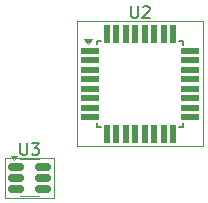
<source format=gbr>
%TF.GenerationSoftware,KiCad,Pcbnew,8.0.8*%
%TF.CreationDate,2025-05-25T14:30:29+05:30*%
%TF.ProjectId,led_light,6c65645f-6c69-4676-9874-2e6b69636164,rev?*%
%TF.SameCoordinates,Original*%
%TF.FileFunction,Legend,Bot*%
%TF.FilePolarity,Positive*%
%FSLAX46Y46*%
G04 Gerber Fmt 4.6, Leading zero omitted, Abs format (unit mm)*
G04 Created by KiCad (PCBNEW 8.0.8) date 2025-05-25 14:30:29*
%MOMM*%
%LPD*%
G01*
G04 APERTURE LIST*
G04 Aperture macros list*
%AMRoundRect*
0 Rectangle with rounded corners*
0 $1 Rounding radius*
0 $2 $3 $4 $5 $6 $7 $8 $9 X,Y pos of 4 corners*
0 Add a 4 corners polygon primitive as box body*
4,1,4,$2,$3,$4,$5,$6,$7,$8,$9,$2,$3,0*
0 Add four circle primitives for the rounded corners*
1,1,$1+$1,$2,$3*
1,1,$1+$1,$4,$5*
1,1,$1+$1,$6,$7*
1,1,$1+$1,$8,$9*
0 Add four rect primitives between the rounded corners*
20,1,$1+$1,$2,$3,$4,$5,0*
20,1,$1+$1,$4,$5,$6,$7,0*
20,1,$1+$1,$6,$7,$8,$9,0*
20,1,$1+$1,$8,$9,$2,$3,0*%
G04 Aperture macros list end*
%TA.AperFunction,SMDPad,CuDef*%
%ADD10RoundRect,0.150000X-0.512500X-0.150000X0.512500X-0.150000X0.512500X0.150000X-0.512500X0.150000X0*%
%TD*%
%TA.AperFunction,SMDPad,CuDef*%
%ADD11R,1.600000X0.550000*%
%TD*%
%TA.AperFunction,SMDPad,CuDef*%
%ADD12R,0.550000X1.600000*%
%TD*%
%ADD13RoundRect,0.150000X-0.512500X-0.150000X0.512500X-0.150000X0.512500X0.150000X-0.512500X0.150000X0*%
%ADD14R,1.600000X0.550000*%
%ADD15R,0.550000X1.600000*%
%ADD16C,0.150000*%
%ADD17C,0.120000*%
%ADD18C,0.050000*%
G04 APERTURE END LIST*
D10*
%TO.P,U3,1,BOOST*%
%TO.N,unconnected-(U3-BOOST-Pad1)*%
X120500000Y-92000000D03*
%TO.P,U3,2,GND*%
%TO.N,GND*%
X120500000Y-92950000D03*
%TO.P,U3,3,Vfb*%
%TO.N,unconnected-(U3-Vfb-Pad3)*%
X120500000Y-93900000D03*
%TO.P,U3,4,EN*%
%TO.N,unconnected-(U3-EN-Pad4)*%
X122775000Y-93900000D03*
%TO.P,U3,5,V_{IN}*%
%TO.N,+3.3V*%
X122775000Y-92950000D03*
%TO.P,U3,6,SW*%
%TO.N,unconnected-(U3-SW-Pad6)*%
X122775000Y-92000000D03*
%TD*%
D11*
%TO.P,U2,1,PD3*%
%TO.N,Net-(Q1-G)*%
X126750000Y-82200000D03*
%TO.P,U2,2,PD4*%
%TO.N,Net-(D1-A)*%
X126750000Y-83000000D03*
%TO.P,U2,3,GND*%
%TO.N,GND*%
X126750000Y-83800000D03*
%TO.P,U2,4,VCC*%
%TO.N,+3.3V*%
X126750000Y-84600000D03*
%TO.P,U2,5,GND*%
%TO.N,GND*%
X126750000Y-85400000D03*
%TO.P,U2,6,VCC*%
%TO.N,+3.3V*%
X126750000Y-86200000D03*
%TO.P,U2,7,XTAL1/PB6*%
%TO.N,Net-(U2-XTAL1{slash}PB6)*%
X126750000Y-87000000D03*
%TO.P,U2,8,XTAL2/PB7*%
%TO.N,Net-(U2-XTAL2{slash}PB7)*%
X126750000Y-87800000D03*
D12*
%TO.P,U2,9,PD5*%
%TO.N,unconnected-(U2-PD5-Pad9)*%
X128200000Y-89250000D03*
%TO.P,U2,10,PD6*%
%TO.N,unconnected-(U2-PD6-Pad10)*%
X129000000Y-89250000D03*
%TO.P,U2,11,PD7*%
%TO.N,unconnected-(U2-PD7-Pad11)*%
X129800000Y-89250000D03*
%TO.P,U2,12,PB0*%
%TO.N,unconnected-(U2-PB0-Pad12)*%
X130600000Y-89250000D03*
%TO.P,U2,13,PB1*%
%TO.N,unconnected-(U2-PB1-Pad13)*%
X131400000Y-89250000D03*
%TO.P,U2,14,PB2*%
%TO.N,unconnected-(U2-PB2-Pad14)*%
X132200000Y-89250000D03*
%TO.P,U2,15,PB3*%
%TO.N,unconnected-(U2-PB3-Pad15)*%
X133000000Y-89250000D03*
%TO.P,U2,16,PB4*%
%TO.N,unconnected-(U2-PB4-Pad16)*%
X133800000Y-89250000D03*
D11*
%TO.P,U2,17,PB5*%
%TO.N,unconnected-(U2-PB5-Pad17)*%
X135250000Y-87800000D03*
%TO.P,U2,18,AVCC*%
%TO.N,+3.3V*%
X135250000Y-87000000D03*
%TO.P,U2,19,ADC6*%
%TO.N,unconnected-(U2-ADC6-Pad19)*%
X135250000Y-86200000D03*
%TO.P,U2,20,AREF*%
%TO.N,unconnected-(U2-AREF-Pad20)*%
X135250000Y-85400000D03*
%TO.P,U2,21,GND*%
%TO.N,GND*%
X135250000Y-84600000D03*
%TO.P,U2,22,ADC7*%
%TO.N,unconnected-(U2-ADC7-Pad22)*%
X135250000Y-83800000D03*
%TO.P,U2,23,PC0*%
%TO.N,unconnected-(U2-PC0-Pad23)*%
X135250000Y-83000000D03*
%TO.P,U2,24,PC1*%
%TO.N,unconnected-(U2-PC1-Pad24)*%
X135250000Y-82200000D03*
D12*
%TO.P,U2,25,PC2*%
%TO.N,unconnected-(U2-PC2-Pad25)*%
X133800000Y-80750000D03*
%TO.P,U2,26,PC3*%
%TO.N,unconnected-(U2-PC3-Pad26)*%
X133000000Y-80750000D03*
%TO.P,U2,27,PC4*%
%TO.N,unconnected-(U2-PC4-Pad27)*%
X132200000Y-80750000D03*
%TO.P,U2,28,PC5*%
%TO.N,unconnected-(U2-PC5-Pad28)*%
X131400000Y-80750000D03*
%TO.P,U2,29,~{RESET}/PC6*%
%TO.N,Net-(U2-~{RESET}{slash}PC6)*%
X130600000Y-80750000D03*
%TO.P,U2,30,PD0*%
%TO.N,Net-(U1-HCI_TXD)*%
X129800000Y-80750000D03*
%TO.P,U2,31,PD1*%
%TO.N,Net-(U1-HCI_RXD)*%
X129000000Y-80750000D03*
%TO.P,U2,32,PD2*%
%TO.N,Net-(U2-PD2)*%
X128200000Y-80750000D03*
%TD*%
D13*
%TO.C,U3*%
X120500000Y-92000000D03*
X120500000Y-92950000D03*
X120500000Y-93900000D03*
X122775000Y-93900000D03*
X122775000Y-92950000D03*
X122775000Y-92000000D03*
%TD*%
D14*
%TO.C,U2*%
X126750000Y-82200000D03*
X126750000Y-83000000D03*
X126750000Y-83800000D03*
X126750000Y-84600000D03*
X126750000Y-85400000D03*
X126750000Y-86200000D03*
X126750000Y-87000000D03*
X126750000Y-87800000D03*
D15*
X128200000Y-89250000D03*
X129000000Y-89250000D03*
X129800000Y-89250000D03*
X130600000Y-89250000D03*
X131400000Y-89250000D03*
X132200000Y-89250000D03*
X133000000Y-89250000D03*
X133800000Y-89250000D03*
D14*
X135250000Y-87800000D03*
X135250000Y-87000000D03*
X135250000Y-86200000D03*
X135250000Y-85400000D03*
X135250000Y-84600000D03*
X135250000Y-83800000D03*
X135250000Y-83000000D03*
X135250000Y-82200000D03*
D15*
X133800000Y-80750000D03*
X133000000Y-80750000D03*
X132200000Y-80750000D03*
X131400000Y-80750000D03*
X130600000Y-80750000D03*
X129800000Y-80750000D03*
X129000000Y-80750000D03*
X128200000Y-80750000D03*
%TD*%
D13*
%TO.C,U3*%
X120500000Y-92000000D03*
X120500000Y-92950000D03*
X120500000Y-93900000D03*
X122775000Y-93900000D03*
X122775000Y-92950000D03*
X122775000Y-92000000D03*
%TD*%
D14*
%TO.C,U2*%
X126750000Y-82200000D03*
X126750000Y-83000000D03*
X126750000Y-83800000D03*
X126750000Y-84600000D03*
X126750000Y-85400000D03*
X126750000Y-86200000D03*
X126750000Y-87000000D03*
X126750000Y-87800000D03*
D15*
X128200000Y-89250000D03*
X129000000Y-89250000D03*
X129800000Y-89250000D03*
X130600000Y-89250000D03*
X131400000Y-89250000D03*
X132200000Y-89250000D03*
X133000000Y-89250000D03*
X133800000Y-89250000D03*
D14*
X135250000Y-87800000D03*
X135250000Y-87000000D03*
X135250000Y-86200000D03*
X135250000Y-85400000D03*
X135250000Y-84600000D03*
X135250000Y-83800000D03*
X135250000Y-83000000D03*
X135250000Y-82200000D03*
D15*
X133800000Y-80750000D03*
X133000000Y-80750000D03*
X132200000Y-80750000D03*
X131400000Y-80750000D03*
X130600000Y-80750000D03*
X129800000Y-80750000D03*
X129000000Y-80750000D03*
X128200000Y-80750000D03*
%TD*%
D16*
X120875595Y-90004819D02*
X120875595Y-90814342D01*
X120875595Y-90814342D02*
X120923214Y-90909580D01*
X120923214Y-90909580D02*
X120970833Y-90957200D01*
X120970833Y-90957200D02*
X121066071Y-91004819D01*
X121066071Y-91004819D02*
X121256547Y-91004819D01*
X121256547Y-91004819D02*
X121351785Y-90957200D01*
X121351785Y-90957200D02*
X121399404Y-90909580D01*
X121399404Y-90909580D02*
X121447023Y-90814342D01*
X121447023Y-90814342D02*
X121447023Y-90004819D01*
X121827976Y-90004819D02*
X122447023Y-90004819D01*
X122447023Y-90004819D02*
X122113690Y-90385771D01*
X122113690Y-90385771D02*
X122256547Y-90385771D01*
X122256547Y-90385771D02*
X122351785Y-90433390D01*
X122351785Y-90433390D02*
X122399404Y-90481009D01*
X122399404Y-90481009D02*
X122447023Y-90576247D01*
X122447023Y-90576247D02*
X122447023Y-90814342D01*
X122447023Y-90814342D02*
X122399404Y-90909580D01*
X122399404Y-90909580D02*
X122351785Y-90957200D01*
X122351785Y-90957200D02*
X122256547Y-91004819D01*
X122256547Y-91004819D02*
X121970833Y-91004819D01*
X121970833Y-91004819D02*
X121875595Y-90957200D01*
X121875595Y-90957200D02*
X121827976Y-90909580D01*
X130238095Y-78404819D02*
X130238095Y-79214342D01*
X130238095Y-79214342D02*
X130285714Y-79309580D01*
X130285714Y-79309580D02*
X130333333Y-79357200D01*
X130333333Y-79357200D02*
X130428571Y-79404819D01*
X130428571Y-79404819D02*
X130619047Y-79404819D01*
X130619047Y-79404819D02*
X130714285Y-79357200D01*
X130714285Y-79357200D02*
X130761904Y-79309580D01*
X130761904Y-79309580D02*
X130809523Y-79214342D01*
X130809523Y-79214342D02*
X130809523Y-78404819D01*
X131238095Y-78500057D02*
X131285714Y-78452438D01*
X131285714Y-78452438D02*
X131380952Y-78404819D01*
X131380952Y-78404819D02*
X131619047Y-78404819D01*
X131619047Y-78404819D02*
X131714285Y-78452438D01*
X131714285Y-78452438D02*
X131761904Y-78500057D01*
X131761904Y-78500057D02*
X131809523Y-78595295D01*
X131809523Y-78595295D02*
X131809523Y-78690533D01*
X131809523Y-78690533D02*
X131761904Y-78833390D01*
X131761904Y-78833390D02*
X131190476Y-79404819D01*
X131190476Y-79404819D02*
X131809523Y-79404819D01*
D17*
%TO.C,U3*%
X121637500Y-91390000D02*
X120837500Y-91390000D01*
X121637500Y-91390000D02*
X122437500Y-91390000D01*
X121637500Y-94510000D02*
X120837500Y-94510000D01*
X121637500Y-94510000D02*
X122437500Y-94510000D01*
X120337500Y-91440000D02*
X120097500Y-91110000D01*
X120577500Y-91110000D01*
X120337500Y-91440000D01*
G36*
X120337500Y-91440000D02*
G01*
X120097500Y-91110000D01*
X120577500Y-91110000D01*
X120337500Y-91440000D01*
G37*
D16*
%TO.C,U2*%
X127375000Y-81375000D02*
X127375000Y-81600000D01*
X127375000Y-81375000D02*
X127700000Y-81375000D01*
X127375000Y-88625000D02*
X127375000Y-88300000D01*
X127375000Y-88625000D02*
X127700000Y-88625000D01*
X134625000Y-81375000D02*
X134300000Y-81375000D01*
X134625000Y-81375000D02*
X134625000Y-81700000D01*
X134625000Y-88625000D02*
X134300000Y-88625000D01*
X134625000Y-88625000D02*
X134625000Y-88300000D01*
D17*
X126610000Y-81660000D02*
X126270000Y-81190000D01*
X126950000Y-81190000D01*
X126610000Y-81660000D01*
G36*
X126610000Y-81660000D02*
G01*
X126270000Y-81190000D01*
X126950000Y-81190000D01*
X126610000Y-81660000D01*
G37*
%TD*%
D18*
%TO.C,U3*%
X119587500Y-91250000D02*
X119587500Y-94650000D01*
X119587500Y-94650000D02*
X123687500Y-94650000D01*
X123687500Y-91250000D02*
X119587500Y-91250000D01*
X123687500Y-94650000D02*
X123687500Y-91250000D01*
%TO.C,U2*%
X125700000Y-79700000D02*
X125700000Y-90300000D01*
X125700000Y-79700000D02*
X136300000Y-79700000D01*
X125700000Y-90300000D02*
X136300000Y-90300000D01*
X136300000Y-79700000D02*
X136300000Y-90300000D01*
%TD*%
M02*

</source>
